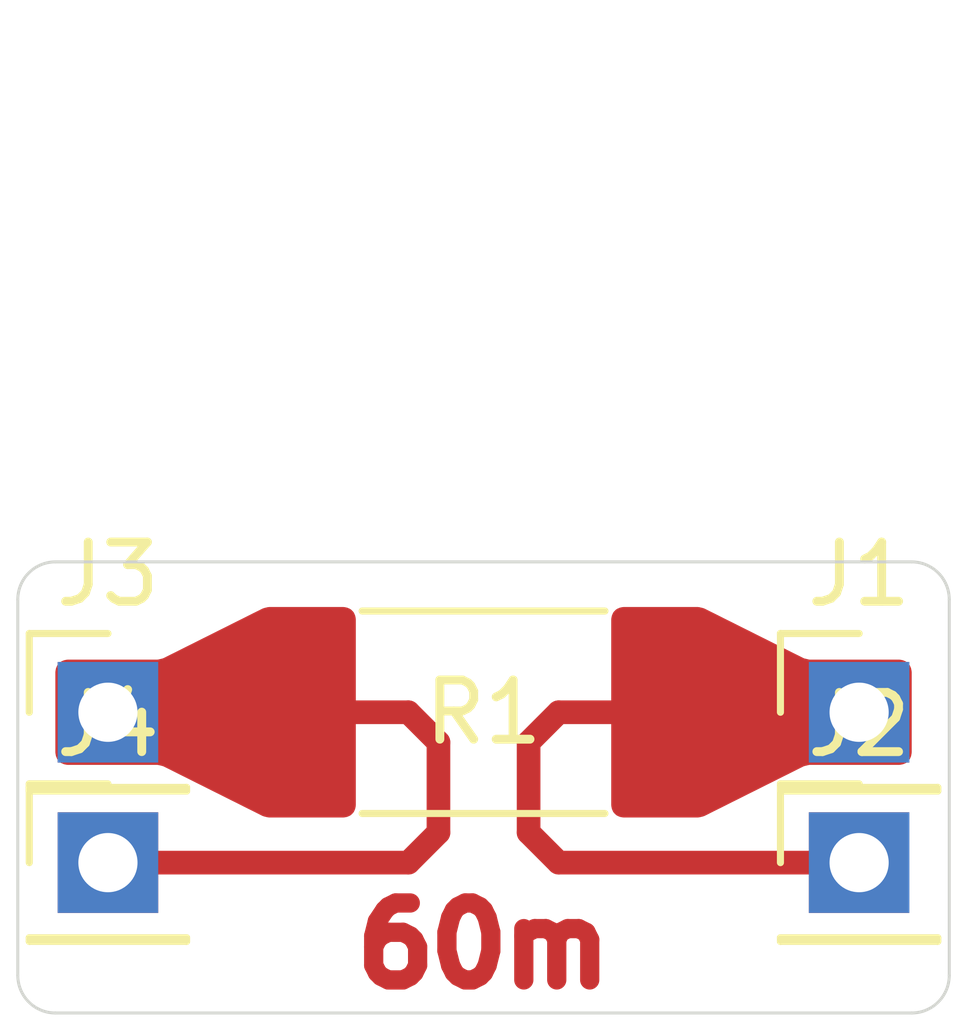
<source format=kicad_pcb>
(kicad_pcb (version 20171130) (host pcbnew "(5.1.6)-1")

  (general
    (thickness 1.6)
    (drawings 10)
    (tracks 10)
    (zones 0)
    (modules 5)
    (nets 3)
  )

  (page A4)
  (layers
    (0 F.Cu signal)
    (31 B.Cu signal)
    (32 B.Adhes user)
    (33 F.Adhes user)
    (34 B.Paste user)
    (35 F.Paste user)
    (36 B.SilkS user)
    (37 F.SilkS user)
    (38 B.Mask user)
    (39 F.Mask user)
    (40 Dwgs.User user)
    (41 Cmts.User user)
    (42 Eco1.User user)
    (43 Eco2.User user)
    (44 Edge.Cuts user)
    (45 Margin user)
    (46 B.CrtYd user)
    (47 F.CrtYd user)
    (48 B.Fab user)
    (49 F.Fab user hide)
  )

  (setup
    (last_trace_width 0.381)
    (user_trace_width 0.8)
    (user_trace_width 1.2)
    (user_trace_width 1.4)
    (user_trace_width 1.8)
    (user_trace_width 2)
    (trace_clearance 0.381)
    (zone_clearance 0.508)
    (zone_45_only no)
    (trace_min 0.381)
    (via_size 0.8)
    (via_drill 0.4)
    (via_min_size 0.4)
    (via_min_drill 0.3)
    (uvia_size 0.3)
    (uvia_drill 0.1)
    (uvias_allowed no)
    (uvia_min_size 0.2)
    (uvia_min_drill 0.1)
    (edge_width 0.05)
    (segment_width 0.2)
    (pcb_text_width 0.3)
    (pcb_text_size 1.5 1.5)
    (mod_edge_width 0.12)
    (mod_text_size 1 1)
    (mod_text_width 0.15)
    (pad_size 1.524 1.524)
    (pad_drill 0.762)
    (pad_to_mask_clearance 0.05)
    (aux_axis_origin 0 0)
    (visible_elements 7FFFFFFF)
    (pcbplotparams
      (layerselection 0x010a0_7fffffff)
      (usegerberextensions false)
      (usegerberattributes true)
      (usegerberadvancedattributes true)
      (creategerberjobfile true)
      (excludeedgelayer true)
      (linewidth 0.100000)
      (plotframeref false)
      (viasonmask false)
      (mode 1)
      (useauxorigin false)
      (hpglpennumber 1)
      (hpglpenspeed 20)
      (hpglpendiameter 15.000000)
      (psnegative false)
      (psa4output false)
      (plotreference true)
      (plotvalue true)
      (plotinvisibletext false)
      (padsonsilk false)
      (subtractmaskfromsilk false)
      (outputformat 1)
      (mirror false)
      (drillshape 0)
      (scaleselection 1)
      (outputdirectory "fabrication/"))
  )

  (net 0 "")
  (net 1 "Net-(J1-Pad1)")
  (net 2 "Net-(J3-Pad1)")

  (net_class Default "This is the default net class."
    (clearance 0.381)
    (trace_width 0.381)
    (via_dia 0.8)
    (via_drill 0.4)
    (uvia_dia 0.3)
    (uvia_drill 0.1)
    (diff_pair_width 0.381)
    (diff_pair_gap 0.381)
    (add_net "Net-(J1-Pad1)")
    (add_net "Net-(J3-Pad1)")
  )

  (module Connector_PinHeader_2.54mm:PinHeader_1x01_P2.54mm_Vertical (layer F.Cu) (tedit 59FED5CC) (tstamp 611BDFB7)
    (at 45.72 45.72)
    (descr "Through hole straight pin header, 1x01, 2.54mm pitch, single row")
    (tags "Through hole pin header THT 1x01 2.54mm single row")
    (path /611B5A0D)
    (fp_text reference J4 (at 0 -2.33) (layer F.SilkS)
      (effects (font (size 1 1) (thickness 0.15)))
    )
    (fp_text value "Kelvin -" (at 0 2.33) (layer F.Fab)
      (effects (font (size 1 1) (thickness 0.15)))
    )
    (fp_line (start -0.635 -1.27) (end 1.27 -1.27) (layer F.Fab) (width 0.1))
    (fp_line (start 1.27 -1.27) (end 1.27 1.27) (layer F.Fab) (width 0.1))
    (fp_line (start 1.27 1.27) (end -1.27 1.27) (layer F.Fab) (width 0.1))
    (fp_line (start -1.27 1.27) (end -1.27 -0.635) (layer F.Fab) (width 0.1))
    (fp_line (start -1.27 -0.635) (end -0.635 -1.27) (layer F.Fab) (width 0.1))
    (fp_line (start -1.33 1.33) (end 1.33 1.33) (layer F.SilkS) (width 0.12))
    (fp_line (start -1.33 1.27) (end -1.33 1.33) (layer F.SilkS) (width 0.12))
    (fp_line (start 1.33 1.27) (end 1.33 1.33) (layer F.SilkS) (width 0.12))
    (fp_line (start -1.33 1.27) (end 1.33 1.27) (layer F.SilkS) (width 0.12))
    (fp_line (start -1.33 0) (end -1.33 -1.33) (layer F.SilkS) (width 0.12))
    (fp_line (start -1.33 -1.33) (end 0 -1.33) (layer F.SilkS) (width 0.12))
    (fp_line (start -1.8 -1.8) (end -1.8 1.8) (layer F.CrtYd) (width 0.05))
    (fp_line (start -1.8 1.8) (end 1.8 1.8) (layer F.CrtYd) (width 0.05))
    (fp_line (start 1.8 1.8) (end 1.8 -1.8) (layer F.CrtYd) (width 0.05))
    (fp_line (start 1.8 -1.8) (end -1.8 -1.8) (layer F.CrtYd) (width 0.05))
    (fp_text user %R (at 0 0 90) (layer F.Fab)
      (effects (font (size 1 1) (thickness 0.15)))
    )
    (pad 1 thru_hole rect (at 0 0) (size 1.7 1.7) (drill 1) (layers *.Cu *.Mask)
      (net 2 "Net-(J3-Pad1)"))
    (model ${KISYS3DMOD}/Connector_PinHeader_2.54mm.3dshapes/PinHeader_1x01_P2.54mm_Vertical.wrl
      (at (xyz 0 0 0))
      (scale (xyz 1 1 1))
      (rotate (xyz 0 0 0))
    )
  )

  (module Connector_PinHeader_2.54mm:PinHeader_1x01_P2.54mm_Vertical (layer F.Cu) (tedit 59FED5CC) (tstamp 611BD0CC)
    (at 45.72 43.18)
    (descr "Through hole straight pin header, 1x01, 2.54mm pitch, single row")
    (tags "Through hole pin header THT 1x01 2.54mm single row")
    (path /611B32A6)
    (fp_text reference J3 (at 0 -2.33) (layer F.SilkS)
      (effects (font (size 1 1) (thickness 0.15)))
    )
    (fp_text value "Input -" (at 0 2.33) (layer F.Fab)
      (effects (font (size 1 1) (thickness 0.15)))
    )
    (fp_line (start -0.635 -1.27) (end 1.27 -1.27) (layer F.Fab) (width 0.1))
    (fp_line (start 1.27 -1.27) (end 1.27 1.27) (layer F.Fab) (width 0.1))
    (fp_line (start 1.27 1.27) (end -1.27 1.27) (layer F.Fab) (width 0.1))
    (fp_line (start -1.27 1.27) (end -1.27 -0.635) (layer F.Fab) (width 0.1))
    (fp_line (start -1.27 -0.635) (end -0.635 -1.27) (layer F.Fab) (width 0.1))
    (fp_line (start -1.33 1.33) (end 1.33 1.33) (layer F.SilkS) (width 0.12))
    (fp_line (start -1.33 1.27) (end -1.33 1.33) (layer F.SilkS) (width 0.12))
    (fp_line (start 1.33 1.27) (end 1.33 1.33) (layer F.SilkS) (width 0.12))
    (fp_line (start -1.33 1.27) (end 1.33 1.27) (layer F.SilkS) (width 0.12))
    (fp_line (start -1.33 0) (end -1.33 -1.33) (layer F.SilkS) (width 0.12))
    (fp_line (start -1.33 -1.33) (end 0 -1.33) (layer F.SilkS) (width 0.12))
    (fp_line (start -1.8 -1.8) (end -1.8 1.8) (layer F.CrtYd) (width 0.05))
    (fp_line (start -1.8 1.8) (end 1.8 1.8) (layer F.CrtYd) (width 0.05))
    (fp_line (start 1.8 1.8) (end 1.8 -1.8) (layer F.CrtYd) (width 0.05))
    (fp_line (start 1.8 -1.8) (end -1.8 -1.8) (layer F.CrtYd) (width 0.05))
    (fp_text user %R (at 0 0 90) (layer F.Fab)
      (effects (font (size 1 1) (thickness 0.15)))
    )
    (pad 1 thru_hole rect (at 0 0) (size 1.7 1.7) (drill 1) (layers *.Cu *.Mask)
      (net 2 "Net-(J3-Pad1)"))
    (model ${KISYS3DMOD}/Connector_PinHeader_2.54mm.3dshapes/PinHeader_1x01_P2.54mm_Vertical.wrl
      (at (xyz 0 0 0))
      (scale (xyz 1 1 1))
      (rotate (xyz 0 0 0))
    )
  )

  (module Connector_PinHeader_2.54mm:PinHeader_1x01_P2.54mm_Vertical (layer F.Cu) (tedit 59FED5CC) (tstamp 611BD0AC)
    (at 58.42 45.72)
    (descr "Through hole straight pin header, 1x01, 2.54mm pitch, single row")
    (tags "Through hole pin header THT 1x01 2.54mm single row")
    (path /611B4B90)
    (fp_text reference J2 (at 0 -2.33) (layer F.SilkS)
      (effects (font (size 1 1) (thickness 0.15)))
    )
    (fp_text value "Kelvin +" (at 0 2.33) (layer F.Fab)
      (effects (font (size 1 1) (thickness 0.15)))
    )
    (fp_line (start -0.635 -1.27) (end 1.27 -1.27) (layer F.Fab) (width 0.1))
    (fp_line (start 1.27 -1.27) (end 1.27 1.27) (layer F.Fab) (width 0.1))
    (fp_line (start 1.27 1.27) (end -1.27 1.27) (layer F.Fab) (width 0.1))
    (fp_line (start -1.27 1.27) (end -1.27 -0.635) (layer F.Fab) (width 0.1))
    (fp_line (start -1.27 -0.635) (end -0.635 -1.27) (layer F.Fab) (width 0.1))
    (fp_line (start -1.33 1.33) (end 1.33 1.33) (layer F.SilkS) (width 0.12))
    (fp_line (start -1.33 1.27) (end -1.33 1.33) (layer F.SilkS) (width 0.12))
    (fp_line (start 1.33 1.27) (end 1.33 1.33) (layer F.SilkS) (width 0.12))
    (fp_line (start -1.33 1.27) (end 1.33 1.27) (layer F.SilkS) (width 0.12))
    (fp_line (start -1.33 0) (end -1.33 -1.33) (layer F.SilkS) (width 0.12))
    (fp_line (start -1.33 -1.33) (end 0 -1.33) (layer F.SilkS) (width 0.12))
    (fp_line (start -1.8 -1.8) (end -1.8 1.8) (layer F.CrtYd) (width 0.05))
    (fp_line (start -1.8 1.8) (end 1.8 1.8) (layer F.CrtYd) (width 0.05))
    (fp_line (start 1.8 1.8) (end 1.8 -1.8) (layer F.CrtYd) (width 0.05))
    (fp_line (start 1.8 -1.8) (end -1.8 -1.8) (layer F.CrtYd) (width 0.05))
    (fp_text user %R (at 0 0 90) (layer F.Fab)
      (effects (font (size 1 1) (thickness 0.15)))
    )
    (pad 1 thru_hole rect (at 0 0) (size 1.7 1.7) (drill 1) (layers *.Cu *.Mask)
      (net 1 "Net-(J1-Pad1)"))
    (model ${KISYS3DMOD}/Connector_PinHeader_2.54mm.3dshapes/PinHeader_1x01_P2.54mm_Vertical.wrl
      (at (xyz 0 0 0))
      (scale (xyz 1 1 1))
      (rotate (xyz 0 0 0))
    )
  )

  (module Connector_PinHeader_2.54mm:PinHeader_1x01_P2.54mm_Vertical (layer F.Cu) (tedit 59FED5CC) (tstamp 611BD08C)
    (at 58.42 43.18)
    (descr "Through hole straight pin header, 1x01, 2.54mm pitch, single row")
    (tags "Through hole pin header THT 1x01 2.54mm single row")
    (path /611B2323)
    (fp_text reference J1 (at 0 -2.33) (layer F.SilkS)
      (effects (font (size 1 1) (thickness 0.15)))
    )
    (fp_text value "Input +" (at 0 2.33) (layer F.Fab)
      (effects (font (size 1 1) (thickness 0.15)))
    )
    (fp_line (start -0.635 -1.27) (end 1.27 -1.27) (layer F.Fab) (width 0.1))
    (fp_line (start 1.27 -1.27) (end 1.27 1.27) (layer F.Fab) (width 0.1))
    (fp_line (start 1.27 1.27) (end -1.27 1.27) (layer F.Fab) (width 0.1))
    (fp_line (start -1.27 1.27) (end -1.27 -0.635) (layer F.Fab) (width 0.1))
    (fp_line (start -1.27 -0.635) (end -0.635 -1.27) (layer F.Fab) (width 0.1))
    (fp_line (start -1.33 1.33) (end 1.33 1.33) (layer F.SilkS) (width 0.12))
    (fp_line (start -1.33 1.27) (end -1.33 1.33) (layer F.SilkS) (width 0.12))
    (fp_line (start 1.33 1.27) (end 1.33 1.33) (layer F.SilkS) (width 0.12))
    (fp_line (start -1.33 1.27) (end 1.33 1.27) (layer F.SilkS) (width 0.12))
    (fp_line (start -1.33 0) (end -1.33 -1.33) (layer F.SilkS) (width 0.12))
    (fp_line (start -1.33 -1.33) (end 0 -1.33) (layer F.SilkS) (width 0.12))
    (fp_line (start -1.8 -1.8) (end -1.8 1.8) (layer F.CrtYd) (width 0.05))
    (fp_line (start -1.8 1.8) (end 1.8 1.8) (layer F.CrtYd) (width 0.05))
    (fp_line (start 1.8 1.8) (end 1.8 -1.8) (layer F.CrtYd) (width 0.05))
    (fp_line (start 1.8 -1.8) (end -1.8 -1.8) (layer F.CrtYd) (width 0.05))
    (fp_text user %R (at 0 0 90) (layer F.Fab)
      (effects (font (size 1 1) (thickness 0.15)))
    )
    (pad 1 thru_hole rect (at 0 0) (size 1.7 1.7) (drill 1) (layers *.Cu *.Mask)
      (net 1 "Net-(J1-Pad1)"))
    (model ${KISYS3DMOD}/Connector_PinHeader_2.54mm.3dshapes/PinHeader_1x01_P2.54mm_Vertical.wrl
      (at (xyz 0 0 0))
      (scale (xyz 1 1 1))
      (rotate (xyz 0 0 0))
    )
  )

  (module Resistor_SMD:R_2512_6332Metric_Pad1.52x3.35mm_HandSolder (layer F.Cu) (tedit 5B301BBD) (tstamp 611B1E6F)
    (at 52.07 43.18)
    (descr "Resistor SMD 2512 (6332 Metric), square (rectangular) end terminal, IPC_7351 nominal with elongated pad for handsoldering. (Body size source: http://www.tortai-tech.com/upload/download/2011102023233369053.pdf), generated with kicad-footprint-generator")
    (tags "resistor handsolder")
    (path /611B10EA)
    (attr smd)
    (fp_text reference R1 (at 0 0) (layer F.SilkS)
      (effects (font (size 1 1) (thickness 0.15)))
    )
    (fp_text value 60mOhm (at 0 2.62) (layer F.Fab)
      (effects (font (size 1 1) (thickness 0.15)))
    )
    (fp_line (start -3.15 1.6) (end -3.15 -1.6) (layer F.Fab) (width 0.1))
    (fp_line (start -3.15 -1.6) (end 3.15 -1.6) (layer F.Fab) (width 0.1))
    (fp_line (start 3.15 -1.6) (end 3.15 1.6) (layer F.Fab) (width 0.1))
    (fp_line (start 3.15 1.6) (end -3.15 1.6) (layer F.Fab) (width 0.1))
    (fp_line (start -2.052064 -1.71) (end 2.052064 -1.71) (layer F.SilkS) (width 0.12))
    (fp_line (start -2.052064 1.71) (end 2.052064 1.71) (layer F.SilkS) (width 0.12))
    (fp_line (start -4 1.92) (end -4 -1.92) (layer F.CrtYd) (width 0.05))
    (fp_line (start -4 -1.92) (end 4 -1.92) (layer F.CrtYd) (width 0.05))
    (fp_line (start 4 -1.92) (end 4 1.92) (layer F.CrtYd) (width 0.05))
    (fp_line (start 4 1.92) (end -4 1.92) (layer F.CrtYd) (width 0.05))
    (fp_text user %R (at 0 0) (layer F.Fab)
      (effects (font (size 1 1) (thickness 0.15)))
    )
    (pad 2 smd roundrect (at 2.9875 0) (size 1.525 3.35) (layers F.Cu F.Paste F.Mask) (roundrect_rratio 0.163934)
      (net 1 "Net-(J1-Pad1)"))
    (pad 1 smd roundrect (at -2.9875 0) (size 1.525 3.35) (layers F.Cu F.Paste F.Mask) (roundrect_rratio 0.163934)
      (net 2 "Net-(J3-Pad1)"))
    (model ${KISYS3DMOD}/Resistor_SMD.3dshapes/R_2512_6332Metric.wrl
      (at (xyz 0 0 0))
      (scale (xyz 1 1 1))
      (rotate (xyz 0 0 0))
    )
  )

  (gr_text 60m (at 52.07 47.117) (layer F.Cu)
    (effects (font (size 1.3 1.3) (thickness 0.325)))
  )
  (gr_arc (start 59.309 47.625) (end 59.309 48.26) (angle -90) (layer Edge.Cuts) (width 0.05))
  (gr_arc (start 44.831 47.625) (end 44.196 47.625) (angle -90) (layer Edge.Cuts) (width 0.05))
  (gr_arc (start 44.831 41.275) (end 44.831 40.64) (angle -90) (layer Edge.Cuts) (width 0.05))
  (gr_arc (start 59.309 41.275) (end 59.944 41.275) (angle -90) (layer Edge.Cuts) (width 0.05))
  (gr_line (start 44.196 47.625) (end 44.196 41.275) (layer Edge.Cuts) (width 0.05) (tstamp 611BE08A))
  (gr_line (start 59.309 48.26) (end 44.831 48.26) (layer Edge.Cuts) (width 0.05))
  (gr_line (start 59.944 41.275) (end 59.944 47.625) (layer Edge.Cuts) (width 0.05))
  (gr_line (start 44.831 40.64) (end 59.309 40.64) (layer Edge.Cuts) (width 0.05))
  (dimension 7.62 (width 0.15) (layer Dwgs.User)
    (gr_text "7.620 mm" (at 52.07 31.847) (layer Dwgs.User)
      (effects (font (size 1 1) (thickness 0.15)))
    )
    (feature1 (pts (xy 55.88 38.227) (xy 55.88 32.560579)))
    (feature2 (pts (xy 48.26 38.227) (xy 48.26 32.560579)))
    (crossbar (pts (xy 48.26 33.147) (xy 55.88 33.147)))
    (arrow1a (pts (xy 55.88 33.147) (xy 54.753496 33.733421)))
    (arrow1b (pts (xy 55.88 33.147) (xy 54.753496 32.560579)))
    (arrow2a (pts (xy 48.26 33.147) (xy 49.386504 33.733421)))
    (arrow2b (pts (xy 48.26 33.147) (xy 49.386504 32.560579)))
  )

  (segment (start 55.0575 43.18) (end 53.34 43.18) (width 0.4) (layer F.Cu) (net 1))
  (segment (start 53.34 43.18) (end 52.832 43.688) (width 0.4) (layer F.Cu) (net 1))
  (segment (start 52.832 43.688) (end 52.832 45.212) (width 0.4) (layer F.Cu) (net 1))
  (segment (start 53.34 45.72) (end 58.42 45.72) (width 0.4) (layer F.Cu) (net 1))
  (segment (start 52.832 45.212) (end 53.34 45.72) (width 0.4) (layer F.Cu) (net 1))
  (segment (start 50.8 45.72) (end 45.72 45.72) (width 0.4) (layer F.Cu) (net 2))
  (segment (start 51.308 45.212) (end 50.8 45.72) (width 0.4) (layer F.Cu) (net 2))
  (segment (start 51.308 43.688) (end 51.308 45.212) (width 0.4) (layer F.Cu) (net 2))
  (segment (start 49.0825 43.18) (end 50.8 43.18) (width 0.4) (layer F.Cu) (net 2))
  (segment (start 50.8 43.18) (end 51.308 43.688) (width 0.4) (layer F.Cu) (net 2))

  (zone (net 2) (net_name "Net-(J3-Pad1)") (layer F.Cu) (tstamp 6135A869) (hatch edge 0.508)
    (priority 1)
    (connect_pads yes (clearance 0.508))
    (min_thickness 0.254)
    (fill yes (arc_segments 32) (thermal_gap 0.508) (thermal_bridge_width 0.508) (smoothing fillet) (radius 0.2))
    (polygon
      (pts
        (xy 49.911 44.958) (xy 48.387 44.958) (xy 46.609 44.069) (xy 44.831 44.069) (xy 44.831 42.291)
        (xy 46.609 42.291) (xy 48.387 41.402) (xy 49.911 41.402)
      )
    )
    (filled_polygon
      (pts
        (xy 49.737984 41.536856) (xy 49.760859 41.552141) (xy 49.776144 41.575016) (xy 49.784 41.614509) (xy 49.784 44.745491)
        (xy 49.776144 44.784984) (xy 49.760859 44.807859) (xy 49.737984 44.823144) (xy 49.698491 44.831) (xy 48.449003 44.831)
        (xy 48.388338 44.816679) (xy 46.708025 43.976523) (xy 46.680408 43.966512) (xy 46.590965 43.945397) (xy 46.561786 43.942)
        (xy 45.043509 43.942) (xy 45.004016 43.934144) (xy 44.981141 43.918859) (xy 44.965856 43.895984) (xy 44.958 43.856491)
        (xy 44.958 42.503509) (xy 44.965856 42.464016) (xy 44.981141 42.441141) (xy 45.004016 42.425856) (xy 45.043509 42.418)
        (xy 46.561786 42.418) (xy 46.590965 42.414603) (xy 46.680408 42.393488) (xy 46.708025 42.383477) (xy 48.388338 41.543321)
        (xy 48.449003 41.529) (xy 49.698491 41.529)
      )
    )
  )
  (zone (net 1) (net_name "Net-(J1-Pad1)") (layer F.Cu) (tstamp 6135A866) (hatch edge 0.508)
    (priority 1)
    (connect_pads yes (clearance 0.508))
    (min_thickness 0.254)
    (fill yes (arc_segments 32) (thermal_gap 0.508) (thermal_bridge_width 0.508) (smoothing fillet) (radius 0.2))
    (polygon
      (pts
        (xy 54.229 41.402) (xy 55.753 41.402) (xy 57.531 42.291) (xy 59.309 42.291) (xy 59.309 44.069)
        (xy 57.531 44.069) (xy 55.753 44.958) (xy 54.229 44.958)
      )
    )
    (filled_polygon
      (pts
        (xy 55.751662 41.543321) (xy 57.431975 42.383477) (xy 57.459592 42.393488) (xy 57.549035 42.414603) (xy 57.578214 42.418)
        (xy 59.096491 42.418) (xy 59.135984 42.425856) (xy 59.158859 42.441141) (xy 59.174144 42.464016) (xy 59.182 42.503509)
        (xy 59.182 43.856491) (xy 59.174144 43.895984) (xy 59.158859 43.918859) (xy 59.135984 43.934144) (xy 59.096491 43.942)
        (xy 57.578214 43.942) (xy 57.549035 43.945397) (xy 57.459592 43.966512) (xy 57.431975 43.976523) (xy 55.751662 44.816679)
        (xy 55.690997 44.831) (xy 54.441509 44.831) (xy 54.402016 44.823144) (xy 54.379141 44.807859) (xy 54.363856 44.784984)
        (xy 54.356 44.745491) (xy 54.356 41.614509) (xy 54.363856 41.575016) (xy 54.379141 41.552141) (xy 54.402016 41.536856)
        (xy 54.441509 41.529) (xy 55.690997 41.529)
      )
    )
  )
)

</source>
